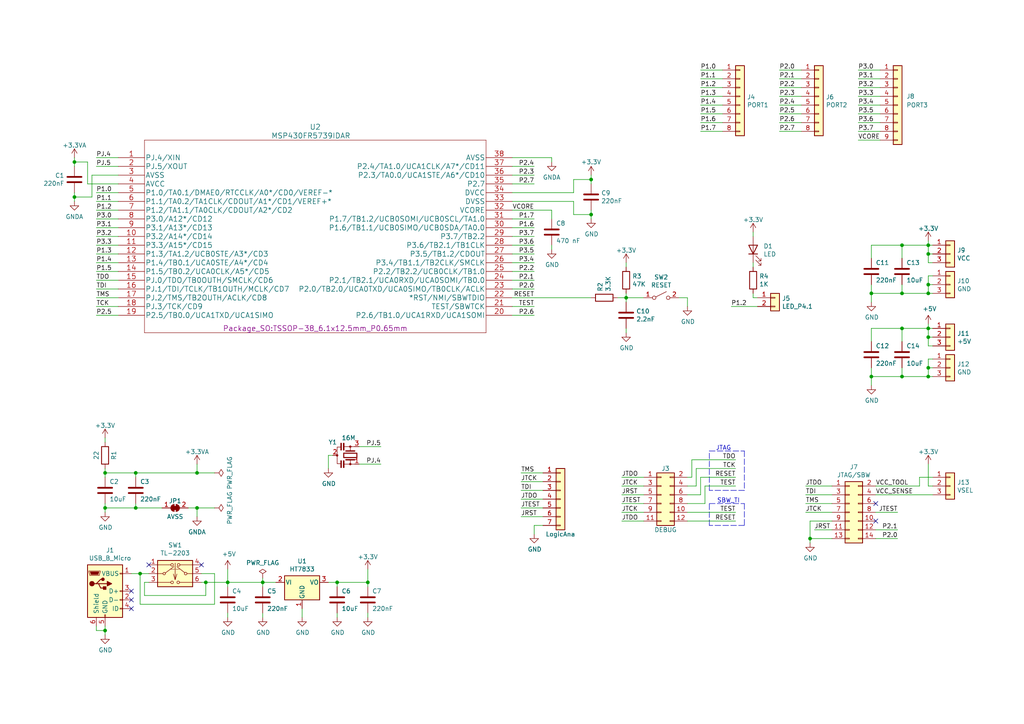
<source format=kicad_sch>
(kicad_sch (version 20211123) (generator eeschema)
  (paper "A4")
  (title_block (title "MSP430 FR5739 Proto board") (date "2022-09-14") (rev "1.0") (company "Mathias Gruber"))
  (lib_symbols
    (symbol "Connector:USB_B_Micro" (pin_names (offset 1.016))
      (property "Reference" "J" (at -5.08 11.43 0))
      (property "Value" "USB_B_Micro" (at -5.08 8.89 0))
      (symbol "USB_B_Micro_1_1"
        (pin power_out line (at 7.62 5.08 180) (length 2.54) (name "VBUS") (number "1"))
        (pin bidirectional line (at 7.62 -2.54 180) (length 2.54) (name "D-") (number "2"))
        (pin bidirectional line (at 7.62 0 180) (length 2.54) (name "D+") (number "3"))
        (pin passive line (at 7.62 -5.08 180) (length 2.54) (name "ID") (number "4"))
        (pin power_out line (at 0 -10.16 90) (length 2.54) (name "GND") (number "5"))
        (pin passive line (at -2.54 -10.16 90) (length 2.54) (name "Shield") (number "6"))
      )
    )
    (symbol "Connector_Generic:Conn_01x02" (pin_names (offset 1.016) hide)
      (property "Reference" "J" (at 0 2.54 0))
      (property "Value" "Conn_01x02" (at 0 -5.08 0))
      (symbol "Conn_01x02_1_1"
        (pin passive line (at -5.08 0 0) (length 3.81) (name "Pin_1") (number "1"))
        (pin passive line (at -5.08 -2.54 0) (length 3.81) (name "Pin_2") (number "2"))
      )
    )
    (symbol "Connector_Generic:Conn_01x03" (pin_names (offset 1.016) hide)
      (property "Reference" "J" (at 0 5.08 0))
      (property "Value" "Conn_01x03" (at 0 -5.08 0))
      (symbol "Conn_01x03_1_1"
        (pin passive line (at -5.08 2.54 0) (length 3.81) (name "Pin_1") (number "1"))
        (pin passive line (at -5.08 0 0) (length 3.81) (name "Pin_2") (number "2"))
        (pin passive line (at -5.08 -2.54 0) (length 3.81) (name "Pin_3") (number "3"))
      )
    )
    (symbol "Connector_Generic:Conn_01x07" (pin_names (offset 1.016) hide)
      (property "Reference" "J" (at 0 10.16 0))
      (property "Value" "Conn_01x07" (at 0 -10.16 0))
      (symbol "Conn_01x07_1_1"
        (pin passive line (at -5.08 7.62 0) (length 3.81) (name "Pin_1") (number "1"))
        (pin passive line (at -5.08 5.08 0) (length 3.81) (name "Pin_2") (number "2"))
        (pin passive line (at -5.08 2.54 0) (length 3.81) (name "Pin_3") (number "3"))
        (pin passive line (at -5.08 0 0) (length 3.81) (name "Pin_4") (number "4"))
        (pin passive line (at -5.08 -2.54 0) (length 3.81) (name "Pin_5") (number "5"))
        (pin passive line (at -5.08 -5.08 0) (length 3.81) (name "Pin_6") (number "6"))
        (pin passive line (at -5.08 -7.62 0) (length 3.81) (name "Pin_7") (number "7"))
      )
    )
    (symbol "Connector_Generic:Conn_01x08" (pin_names (offset 1.016) hide)
      (property "Reference" "J" (at 0 10.16 0))
      (property "Value" "Conn_01x08" (at 0 -12.7 0))
      (symbol "Conn_01x08_1_1"
        (pin passive line (at -5.08 7.62 0) (length 3.81) (name "Pin_1") (number "1"))
        (pin passive line (at -5.08 5.08 0) (length 3.81) (name "Pin_2") (number "2"))
        (pin passive line (at -5.08 2.54 0) (length 3.81) (name "Pin_3") (number "3"))
        (pin passive line (at -5.08 0 0) (length 3.81) (name "Pin_4") (number "4"))
        (pin passive line (at -5.08 -2.54 0) (length 3.81) (name "Pin_5") (number "5"))
        (pin passive line (at -5.08 -5.08 0) (length 3.81) (name "Pin_6") (number "6"))
        (pin passive line (at -5.08 -7.62 0) (length 3.81) (name "Pin_7") (number "7"))
        (pin passive line (at -5.08 -10.16 0) (length 3.81) (name "Pin_8") (number "8"))
      )
    )
    (symbol "Connector_Generic:Conn_01x09" (pin_names (offset 1.016) hide)
      (property "Reference" "J" (at 0 12.7 0))
      (property "Value" "Conn_01x09" (at 0 -12.7 0))
      (symbol "Conn_01x09_1_1"
        (pin passive line (at -5.08 10.16 0) (length 3.81) (name "Pin_1") (number "1"))
        (pin passive line (at -5.08 7.62 0) (length 3.81) (name "Pin_2") (number "2"))
        (pin passive line (at -5.08 5.08 0) (length 3.81) (name "Pin_3") (number "3"))
        (pin passive line (at -5.08 2.54 0) (length 3.81) (name "Pin_4") (number "4"))
        (pin passive line (at -5.08 0 0) (length 3.81) (name "Pin_5") (number "5"))
        (pin passive line (at -5.08 -2.54 0) (length 3.81) (name "Pin_6") (number "6"))
        (pin passive line (at -5.08 -5.08 0) (length 3.81) (name "Pin_7") (number "7"))
        (pin passive line (at -5.08 -7.62 0) (length 3.81) (name "Pin_8") (number "8"))
        (pin passive line (at -5.08 -10.16 0) (length 3.81) (name "Pin_9") (number "9"))
      )
    )
    (symbol "Connector_Generic:Conn_02x06_Odd_Even" (pin_names (offset 1.016) hide)
      (property "Reference" "J" (at 1.27 7.62 0))
      (property "Value" "Conn_02x06_Odd_Even" (at 1.27 -10.16 0))
      (symbol "Conn_02x06_Odd_Even_1_1"
        (pin passive line (at -5.08 5.08 0) (length 3.81) (name "Pin_1") (number "1"))
        (pin passive line (at 7.62 -5.08 180) (length 3.81) (name "Pin_10") (number "10"))
        (pin passive line (at -5.08 -7.62 0) (length 3.81) (name "Pin_11") (number "11"))
        (pin passive line (at 7.62 -7.62 180) (length 3.81) (name "Pin_12") (number "12"))
        (pin passive line (at 7.62 5.08 180) (length 3.81) (name "Pin_2") (number "2"))
        (pin passive line (at -5.08 2.54 0) (length 3.81) (name "Pin_3") (number "3"))
        (pin passive line (at 7.62 2.54 180) (length 3.81) (name "Pin_4") (number "4"))
        (pin passive line (at -5.08 0 0) (length 3.81) (name "Pin_5") (number "5"))
        (pin passive line (at 7.62 0 180) (length 3.81) (name "Pin_6") (number "6"))
        (pin passive line (at -5.08 -2.54 0) (length 3.81) (name "Pin_7") (number "7"))
        (pin passive line (at 7.62 -2.54 180) (length 3.81) (name "Pin_8") (number "8"))
        (pin passive line (at -5.08 -5.08 0) (length 3.81) (name "Pin_9") (number "9"))
      )
    )
    (symbol "Connector_Generic:Conn_02x07_Odd_Even" (pin_names (offset 1.016) hide)
      (property "Reference" "J" (at 1.27 10.16 0))
      (property "Value" "Conn_02x07_Odd_Even" (at 1.27 -10.16 0))
      (symbol "Conn_02x07_Odd_Even_1_1"
        (pin passive line (at -5.08 7.62 0) (length 3.81) (name "Pin_1") (number "1"))
        (pin passive line (at 7.62 -2.54 180) (length 3.81) (name "Pin_10") (number "10"))
        (pin passive line (at -5.08 -5.08 0) (length 3.81) (name "Pin_11") (number "11"))
        (pin passive line (at 7.62 -5.08 180) (length 3.81) (name "Pin_12") (number "12"))
        (pin passive line (at -5.08 -7.62 0) (length 3.81) (name "Pin_13") (number "13"))
        (pin passive line (at 7.62 -7.62 180) (length 3.81) (name "Pin_14") (number "14"))
        (pin passive line (at 7.62 7.62 180) (length 3.81) (name "Pin_2") (number "2"))
        (pin passive line (at -5.08 5.08 0) (length 3.81) (name "Pin_3") (number "3"))
        (pin passive line (at 7.62 5.08 180) (length 3.81) (name "Pin_4") (number "4"))
        (pin passive line (at -5.08 2.54 0) (length 3.81) (name "Pin_5") (number "5"))
        (pin passive line (at 7.62 2.54 180) (length 3.81) (name "Pin_6") (number "6"))
        (pin passive line (at -5.08 0 0) (length 3.81) (name "Pin_7") (number "7"))
        (pin passive line (at 7.62 0 180) (length 3.81) (name "Pin_8") (number "8"))
        (pin passive line (at -5.08 -2.54 0) (length 3.81) (name "Pin_9") (number "9"))
      )
    )
    (symbol "Device:C" (pin_numbers hide) (pin_names (offset 0.254))
      (property "Reference" "C" (at 0.635 2.54 0))
      (property "Value" "C" (at 0.635 -2.54 0))
      (symbol "C_1_1"
        (pin passive line (at 0 3.81 270) (length 2.794) (name "~") (number "1"))
        (pin passive line (at 0 -3.81 90) (length 2.794) (name "~") (number "2"))
      )
    )
    (symbol "Device:LED" (pin_numbers hide) (pin_names (offset 1.016) hide)
      (property "Reference" "D" (at 0 2.54 0))
      (property "Value" "LED" (at 0 -2.54 0))
      (symbol "LED_1_1"
        (pin passive line (at -3.81 0 0) (length 2.54) (name "K") (number "1"))
        (pin passive line (at 3.81 0 180) (length 2.54) (name "A") (number "2"))
      )
    )
    (symbol "Device:R" (pin_numbers hide) (pin_names (offset 0))
      (property "Reference" "R" (at 2.032 0 90))
      (property "Value" "R" (at 0 0 90))
      (symbol "R_1_1"
        (pin passive line (at 0 3.81 270) (length 1.27) (name "~") (number "1"))
        (pin passive line (at 0 -3.81 90) (length 1.27) (name "~") (number "2"))
      )
    )
    (symbol "Device:Resonator_Small" (pin_names (offset 1.016) hide)
      (property "Reference" "Y" (at 3.175 1.905 0))
      (property "Value" "Resonator_Small" (at 3.175 0 0))
      (symbol "Resonator_Small_1_1"
        (pin passive line (at -2.54 2.54 270) (length 1.27) (name "1") (number "1"))
        (pin passive line (at 0 -5.08 90) (length 1.27) (name "2") (number "2"))
        (pin passive line (at 2.54 2.54 270) (length 1.27) (name "3") (number "3"))
      )
    )
    (symbol "Jumper:SolderJumper_2_Bridged" (pin_names (offset 0) hide)
      (property "Reference" "JP" (at 0 2.032 0))
      (property "Value" "SolderJumper_2_Bridged" (at 0 -2.54 0))
      (symbol "SolderJumper_2_Bridged_1_1"
        (pin passive line (at -3.81 0 0) (length 2.54) (name "A") (number "1"))
        (pin passive line (at 3.81 0 180) (length 2.54) (name "B") (number "2"))
      )
    )
    (symbol "MSP430FR5739IDAR:MSP430FR5739IDAR" (pin_names (offset 0.254))
      (property "Reference" "U" (at 1.27 35.56 0))
      (property "Value" "MSP430FR5739IDAR" (at 1.27 33.02 0))
      (symbol "MSP430FR5739IDAR_1_1"
        (pin bidirectional line (at -57.15 25.4 0) (length 7.62) (name "PJ.4/XIN") (number "1"))
        (pin bidirectional line (at -57.15 2.54 0) (length 7.62) (name "P3.2/A14*/CD14") (number "10"))
        (pin bidirectional line (at -57.15 0 0) (length 7.62) (name "P3.3/A15*/CD15") (number "11"))
        (pin bidirectional line (at -57.15 -2.54 0) (length 7.62) (name "P1.3/TA1.2/UCB0STE/A3*/CD3") (number "12"))
        (pin bidirectional line (at -57.15 -5.08 0) (length 7.62) (name "P1.4/TB0.1/UCA0STE/A4*/CD4") (number "13"))
        (pin bidirectional line (at -57.15 -7.62 0) (length 7.62) (name "P1.5/TB0.2/UCA0CLK/A5*/CD5") (number "14"))
        (pin bidirectional line (at -57.15 -10.16 0) (length 7.62) (name "PJ.0/TDO/TB0OUTH/SMCLK/CD6") (number "15"))
        (pin bidirectional line (at -57.15 -12.7 0) (length 7.62) (name "PJ.1/TDI/TCLK/TB1OUTH/MCLK/CD7") (number "16"))
        (pin bidirectional line (at -57.15 -15.24 0) (length 7.62) (name "PJ.2/TMS/TB2OUTH/ACLK/CD8") (number "17"))
        (pin bidirectional line (at -57.15 -17.78 0) (length 7.62) (name "PJ.3/TCK/CD9") (number "18"))
        (pin bidirectional line (at -57.15 -20.32 0) (length 7.62) (name "P2.5/TB0.0/UCA1TXD/UCA1SIMO") (number "19"))
        (pin bidirectional line (at -57.15 22.86 0) (length 7.62) (name "PJ.5/XOUT") (number "2"))
        (pin bidirectional line (at 57.15 -20.32 180) (length 7.62) (name "P2.6/TB1.0/UCA1RXD/UCA1SOMI") (number "20"))
        (pin bidirectional line (at 57.15 -17.78 180) (length 7.62) (name "TEST/SBWTCK") (number "21"))
        (pin bidirectional line (at 57.15 -15.24 180) (length 7.62) (name "*RST/NMI/SBWTDIO") (number "22"))
        (pin bidirectional line (at 57.15 -12.7 180) (length 7.62) (name "P2.0/TB2.0/UCA0TXD/UCA0SIMO/TB0CLK/ACLK") (number "23"))
        (pin bidirectional line (at 57.15 -10.16 180) (length 7.62) (name "P2.1/TB2.1/UCA0RXD/UCA0SOMI/TB0.0") (number "24"))
        (pin bidirectional line (at 57.15 -7.62 180) (length 7.62) (name "P2.2/TB2.2/UCB0CLK/TB1.0") (number "25"))
        (pin bidirectional line (at 57.15 -5.08 180) (length 7.62) (name "P3.4/TB1.1/TB2CLK/SMCLK") (number "26"))
        (pin bidirectional line (at 57.15 -2.54 180) (length 7.62) (name "P3.5/TB1.2/CDOUT") (number "27"))
        (pin bidirectional line (at 57.15 0 180) (length 7.62) (name "P3.6/TB2.1/TB1CLK") (number "28"))
        (pin bidirectional line (at 57.15 2.54 180) (length 7.62) (name "P3.7/TB2.2") (number "29"))
        (pin power_in line (at -57.15 20.32 0) (length 7.62) (name "AVSS") (number "3"))
        (pin bidirectional line (at 57.15 5.08 180) (length 7.62) (name "P1.6/TB1.1/UCB0SIMO/UCB0SDA/TA0.0") (number "30"))
        (pin bidirectional line (at 57.15 7.62 180) (length 7.62) (name "P1.7/TB1.2/UCB0SOMI/UCB0SCL/TA1.0") (number "31"))
        (pin power_out line (at 57.15 10.16 180) (length 7.62) (name "VCORE") (number "32"))
        (pin power_in line (at 57.15 12.7 180) (length 7.62) (name "DVSS") (number "33"))
        (pin power_in line (at 57.15 15.24 180) (length 7.62) (name "DVCC") (number "34"))
        (pin bidirectional line (at 57.15 17.78 180) (length 7.62) (name "P2.7") (number "35"))
        (pin bidirectional line (at 57.15 20.32 180) (length 7.62) (name "P2.3/TA0.0/UCA1STE/A6*/CD10") (number "36"))
        (pin bidirectional line (at 57.15 22.86 180) (length 7.62) (name "P2.4/TA1.0/UCA1CLK/A7*/CD11") (number "37"))
        (pin power_in line (at 57.15 25.4 180) (length 7.62) (name "AVSS") (number "38"))
        (pin power_in line (at -57.15 17.78 0) (length 7.62) (name "AVCC") (number "4"))
        (pin bidirectional line (at -57.15 15.24 0) (length 7.62) (name "P1.0/TA0.1/DMAE0/RTCCLK/A0*/CD0/VEREF-*") (number "5"))
        (pin bidirectional line (at -57.15 12.7 0) (length 7.62) (name "P1.1/TA0.2/TA1CLK/CDOUT/A1*/CD1/VEREF+*") (number "6"))
        (pin bidirectional line (at -57.15 10.16 0) (length 7.62) (name "P1.2/TA1.1/TA0CLK/CDOUT/A2*/CD2") (number "7"))
        (pin bidirectional line (at -57.15 7.62 0) (length 7.62) (name "P3.0/A12*/CD12") (number "8"))
        (pin bidirectional line (at -57.15 5.08 0) (length 7.62) (name "P3.1/A13*/CD13") (number "9"))
      )
    )
    (symbol "Regulator_Linear:MCP1703A-3302_SOT89" (pin_names (offset 0.254))
      (property "Reference" "U" (at -3.81 3.175 0))
      (property "Value" "MCP1703A-3302_SOT89" (at 0 3.175 0))
      (symbol "MCP1703A-3302_SOT89_1_1"
        (pin power_in line (at 0 -7.62 90) (length 2.54) (name "GND") (number "1"))
        (pin power_in line (at -7.62 0 0) (length 2.54) (name "VI") (number "2"))
        (pin power_out line (at 7.62 0 180) (length 2.54) (name "VO") (number "3"))
      )
    )
    (symbol "Switch:SW_SPST" (pin_names (offset 0) hide)
      (property "Reference" "SW" (at 0 3.175 0))
      (property "Value" "SW_SPST" (at 0 -2.54 0))
      (symbol "SW_SPST_1_1"
        (pin passive line (at -5.08 0 0) (length 2.54) (name "A") (number "1"))
        (pin passive line (at 5.08 0 180) (length 2.54) (name "B") (number "2"))
      )
    )
    (symbol "TL-2203:TL-2203" (pin_names (offset 1.016))
      (property "Reference" "SW" (at -2.667 4.953 0))
      (property "Value" "TL-2203" (at -3.81 -5.08 0))
      (symbol "TL-2203_1_1"
        (pin passive line (at -7.62 2.54 0) (length 2.54) (name "~") (number "1"))
        (pin passive line (at -7.62 0 0) (length 2.54) (name "~") (number "2"))
        (pin passive line (at -7.62 -2.54 0) (length 2.54) (name "~") (number "3"))
        (pin passive line (at 7.62 2.54 180) (length 2.54) (name "~") (number "4"))
        (pin passive line (at 7.62 0 180) (length 2.54) (name "~") (number "5"))
        (pin passive line (at 7.62 -2.54 180) (length 2.54) (name "~") (number "6"))
      )
    )
    (symbol "power:+3.3V" (power) (pin_names (offset 0))
      (property "Value" "+3.3V" (at 0 3.556 0))
      (symbol "+3.3V_1_1"
        (pin power_in line (at 0 0 90) (length 0) hide (name "+3.3V") (number "1"))
      )
    )
    (symbol "power:+3.3VA" (power) (pin_names (offset 0))
      (property "Value" "+3.3VA" (at 0 3.556 0))
      (symbol "+3.3VA_1_1"
        (pin power_in line (at 0 0 90) (length 0) hide (name "+3.3VA") (number "1"))
      )
    )
    (symbol "power:+5V" (power) (pin_names (offset 0))
      (property "Value" "+5V" (at 0 3.556 0))
      (symbol "+5V_1_1"
        (pin power_in line (at 0 0 90) (length 0) hide (name "+5V") (number "1"))
      )
    )
    (symbol "power:GND" (power) (pin_names (offset 0))
      (property "Value" "GND" (at 0 -3.81 0))
      (symbol "GND_1_1"
        (pin power_in line (at 0 0 270) (length 0) hide (name "GND") (number "1"))
      )
    )
    (symbol "power:GNDA" (power) (pin_names (offset 0))
      (property "Value" "GNDA" (at 0 -3.81 0))
      (symbol "GNDA_1_1"
        (pin power_in line (at 0 0 270) (length 0) hide (name "GNDA") (number "1"))
      )
    )
    (symbol "power:PWR_FLAG" (power) (pin_numbers hide) (pin_names (offset 0) hide)
      (property "Value" "PWR_FLAG" (at 0 3.81 0))
      (symbol "PWR_FLAG_0_0"
        (pin power_out line (at 0 0 90) (length 0) (name "pwr") (number "1"))
      )
    )
  )
  (junction (at 261.62 109.22))
  (junction (at 21.59 46.99))
  (junction (at 171.45 62.23))
  (junction (at 40.64 166.37))
  (junction (at 261.62 85.09))
  (junction (at 59.69 168.91))
  (junction (at 57.15 147.32))
  (junction (at 252.73 109.22))
  (junction (at 21.59 57.15))
  (junction (at 252.73 85.09))
  (junction (at 269.24 109.22))
  (junction (at 106.68 168.91))
  (junction (at 30.48 147.32))
  (junction (at 269.24 95.25))
  (junction (at 269.24 106.68))
  (junction (at 66.04 168.91))
  (junction (at 261.62 95.25))
  (junction (at 57.15 137.16))
  (junction (at 234.95 156.21))
  (junction (at 269.24 82.55))
  (junction (at 181.61 86.36))
  (junction (at 269.24 85.09))
  (junction (at 171.45 52.07))
  (junction (at 97.79 168.91))
  (junction (at 269.24 73.66))
  (junction (at 30.48 182.88))
  (junction (at 269.24 97.79))
  (junction (at 261.62 71.12))
  (junction (at 39.37 137.16))
  (junction (at 39.37 147.32))
  (junction (at 269.24 71.12))
  (junction (at 30.48 137.16))
  (junction (at 76.2 168.91))
  (no_connect (at 254 146.05))
  (no_connect (at 38.1 176.53))
  (no_connect (at 254 151.13))
  (no_connect (at 43.18 163.83))
  (no_connect (at 38.1 173.99))
  (no_connect (at 38.1 171.45))
  (no_connect (at 58.42 163.83))
  (wire (pts (xy 151.13 139.7) (xy 157.48 139.7)))
  (wire (pts (xy 57.15 137.16) (xy 62.23 137.16)))
  (wire (pts (xy 41.91 168.91) (xy 41.91 172.72)))
  (wire (pts (xy 39.37 138.43) (xy 39.37 137.16)))
  (wire (pts (xy 30.48 148.59) (xy 30.48 147.32)))
  (wire (pts (xy 270.51 85.09) (xy 269.24 85.09)))
  (wire (pts (xy 25.4 46.99) (xy 21.59 46.99)))
  (wire (pts (xy 34.29 58.42) (xy 27.94 58.42)))
  (wire (pts (xy 199.39 148.59) (xy 213.36 148.59)))
  (wire (pts (xy 269.24 95.25) (xy 269.24 97.79)))
  (wire (pts (xy 218.44 77.47) (xy 218.44 76.2)))
  (wire (pts (xy 218.44 85.09) (xy 218.44 86.36)))
  (wire (pts (xy 232.41 20.32) (xy 226.06 20.32)))
  (wire (pts (xy 269.24 95.25) (xy 261.62 95.25)))
  (wire (pts (xy 59.69 168.91) (xy 66.04 168.91)))
  (wire (pts (xy 270.51 95.25) (xy 269.24 95.25)))
  (wire (pts (xy 148.59 88.9) (xy 154.94 88.9)))
  (wire (pts (xy 148.59 55.88) (xy 166.37 55.88)))
  (polyline (pts (xy 205.74 130.81) (xy 215.9 130.81)))
  (wire (pts (xy 270.51 109.22) (xy 269.24 109.22)))
  (wire (pts (xy 39.37 147.32) (xy 30.48 147.32)))
  (wire (pts (xy 34.29 81.28) (xy 27.94 81.28)))
  (wire (pts (xy 236.22 153.67) (xy 241.3 153.67)))
  (wire (pts (xy 203.2 138.43) (xy 213.36 138.43)))
  (wire (pts (xy 151.13 137.16) (xy 157.48 137.16)))
  (wire (pts (xy 106.68 168.91) (xy 106.68 165.1)))
  (wire (pts (xy 59.69 168.91) (xy 58.42 168.91)))
  (wire (pts (xy 261.62 85.09) (xy 252.73 85.09)))
  (wire (pts (xy 66.04 170.18) (xy 66.04 168.91)))
  (wire (pts (xy 266.7 138.43) (xy 266.7 140.97)))
  (wire (pts (xy 270.51 73.66) (xy 269.24 73.66)))
  (wire (pts (xy 62.23 175.26) (xy 40.64 175.26)))
  (wire (pts (xy 269.24 106.68) (xy 269.24 109.22)))
  (wire (pts (xy 34.29 76.2) (xy 27.94 76.2)))
  (wire (pts (xy 201.93 135.89) (xy 213.36 135.89)))
  (polyline (pts (xy 215.9 146.05) (xy 215.9 152.4)))
  (wire (pts (xy 261.62 82.55) (xy 261.62 85.09)))
  (wire (pts (xy 180.34 138.43) (xy 186.69 138.43)))
  (wire (pts (xy 97.79 177.8) (xy 97.79 179.07)))
  (wire (pts (xy 255.27 33.02) (xy 248.92 33.02)))
  (wire (pts (xy 57.15 147.32) (xy 62.23 147.32)))
  (polyline (pts (xy 205.74 142.24) (xy 205.74 130.81)))
  (wire (pts (xy 57.15 137.16) (xy 57.15 134.62)))
  (wire (pts (xy 204.47 146.05) (xy 204.47 140.97)))
  (wire (pts (xy 21.59 55.88) (xy 21.59 57.15)))
  (wire (pts (xy 203.2 143.51) (xy 203.2 138.43)))
  (wire (pts (xy 171.45 52.07) (xy 171.45 53.34)))
  (wire (pts (xy 157.48 147.32) (xy 151.13 147.32)))
  (wire (pts (xy 209.55 27.94) (xy 203.2 27.94)))
  (wire (pts (xy 200.66 138.43) (xy 200.66 133.35)))
  (wire (pts (xy 34.29 88.9) (xy 27.94 88.9)))
  (wire (pts (xy 27.94 182.88) (xy 30.48 182.88)))
  (wire (pts (xy 160.02 45.72) (xy 160.02 46.99)))
  (wire (pts (xy 180.34 140.97) (xy 186.69 140.97)))
  (wire (pts (xy 96.52 132.08) (xy 95.25 132.08)))
  (wire (pts (xy 59.69 172.72) (xy 59.69 168.91)))
  (wire (pts (xy 106.68 177.8) (xy 106.68 179.07)))
  (wire (pts (xy 27.94 181.61) (xy 27.94 182.88)))
  (wire (pts (xy 209.55 33.02) (xy 203.2 33.02)))
  (wire (pts (xy 234.95 156.21) (xy 234.95 157.48)))
  (wire (pts (xy 97.79 168.91) (xy 95.25 168.91)))
  (wire (pts (xy 269.24 69.85) (xy 269.24 71.12)))
  (wire (pts (xy 269.24 73.66) (xy 269.24 76.2)))
  (wire (pts (xy 171.45 52.07) (xy 166.37 52.07)))
  (wire (pts (xy 40.64 166.37) (xy 43.18 166.37)))
  (polyline (pts (xy 205.74 152.4) (xy 205.74 146.05)))
  (wire (pts (xy 199.39 86.36) (xy 199.39 88.9)))
  (wire (pts (xy 209.55 38.1) (xy 203.2 38.1)))
  (wire (pts (xy 54.61 147.32) (xy 57.15 147.32)))
  (wire (pts (xy 241.3 151.13) (xy 234.95 151.13)))
  (wire (pts (xy 39.37 137.16) (xy 30.48 137.16)))
  (wire (pts (xy 261.62 99.06) (xy 261.62 95.25)))
  (wire (pts (xy 199.39 151.13) (xy 213.36 151.13)))
  (wire (pts (xy 58.42 166.37) (xy 62.23 166.37)))
  (wire (pts (xy 148.59 73.66) (xy 154.94 73.66)))
  (wire (pts (xy 199.39 138.43) (xy 200.66 138.43)))
  (wire (pts (xy 26.67 57.15) (xy 21.59 57.15)))
  (wire (pts (xy 261.62 95.25) (xy 252.73 95.25)))
  (wire (pts (xy 104.14 129.54) (xy 110.49 129.54)))
  (wire (pts (xy 34.29 86.36) (xy 27.94 86.36)))
  (wire (pts (xy 76.2 177.8) (xy 76.2 179.07)))
  (wire (pts (xy 171.45 62.23) (xy 171.45 63.5)))
  (wire (pts (xy 241.3 156.21) (xy 234.95 156.21)))
  (wire (pts (xy 254 140.97) (xy 266.7 140.97)))
  (wire (pts (xy 34.29 50.8) (xy 26.67 50.8)))
  (wire (pts (xy 241.3 143.51) (xy 233.68 143.51)))
  (wire (pts (xy 34.29 73.66) (xy 27.94 73.66)))
  (wire (pts (xy 255.27 25.4) (xy 248.92 25.4)))
  (wire (pts (xy 186.69 86.36) (xy 181.61 86.36)))
  (wire (pts (xy 157.48 152.4) (xy 154.94 152.4)))
  (wire (pts (xy 255.27 35.56) (xy 248.92 35.56)))
  (wire (pts (xy 160.02 60.96) (xy 160.02 63.5)))
  (wire (pts (xy 180.34 143.51) (xy 186.69 143.51)))
  (wire (pts (xy 95.25 132.08) (xy 95.25 135.89)))
  (wire (pts (xy 148.59 76.2) (xy 154.94 76.2)))
  (wire (pts (xy 62.23 166.37) (xy 62.23 175.26)))
  (wire (pts (xy 76.2 170.18) (xy 76.2 168.91)))
  (wire (pts (xy 34.29 91.44) (xy 27.94 91.44)))
  (wire (pts (xy 66.04 168.91) (xy 76.2 168.91)))
  (wire (pts (xy 269.24 109.22) (xy 261.62 109.22)))
  (wire (pts (xy 181.61 86.36) (xy 181.61 87.63)))
  (wire (pts (xy 209.55 30.48) (xy 203.2 30.48)))
  (wire (pts (xy 255.27 22.86) (xy 248.92 22.86)))
  (wire (pts (xy 76.2 168.91) (xy 80.01 168.91)))
  (polyline (pts (xy 205.74 146.05) (xy 215.9 146.05)))
  (wire (pts (xy 255.27 30.48) (xy 248.92 30.48)))
  (wire (pts (xy 254 143.51) (xy 270.51 143.51)))
  (wire (pts (xy 270.51 104.14) (xy 269.24 104.14)))
  (wire (pts (xy 199.39 140.97) (xy 201.93 140.97)))
  (wire (pts (xy 218.44 68.58) (xy 218.44 67.31)))
  (wire (pts (xy 21.59 45.72) (xy 21.59 46.99)))
  (wire (pts (xy 148.59 48.26) (xy 154.94 48.26)))
  (wire (pts (xy 148.59 60.96) (xy 160.02 60.96)))
  (wire (pts (xy 21.59 57.15) (xy 21.59 58.42)))
  (wire (pts (xy 233.68 140.97) (xy 241.3 140.97)))
  (wire (pts (xy 269.24 93.98) (xy 269.24 95.25)))
  (wire (pts (xy 234.95 151.13) (xy 234.95 156.21)))
  (wire (pts (xy 39.37 137.16) (xy 57.15 137.16)))
  (wire (pts (xy 209.55 35.56) (xy 203.2 35.56)))
  (wire (pts (xy 269.24 97.79) (xy 269.24 100.33)))
  (wire (pts (xy 254 148.59) (xy 260.35 148.59)))
  (wire (pts (xy 269.24 80.01) (xy 269.24 82.55)))
  (wire (pts (xy 34.29 48.26) (xy 27.94 48.26)))
  (wire (pts (xy 252.73 85.09) (xy 252.73 82.55)))
  (wire (pts (xy 270.51 71.12) (xy 269.24 71.12)))
  (wire (pts (xy 212.09 88.9) (xy 219.71 88.9)))
  (wire (pts (xy 199.39 143.51) (xy 203.2 143.51)))
  (wire (pts (xy 148.59 78.74) (xy 154.94 78.74)))
  (wire (pts (xy 148.59 50.8) (xy 154.94 50.8)))
  (wire (pts (xy 166.37 52.07) (xy 166.37 55.88)))
  (wire (pts (xy 181.61 96.52) (xy 181.61 95.25)))
  (wire (pts (xy 200.66 133.35) (xy 213.36 133.35)))
  (wire (pts (xy 148.59 86.36) (xy 171.45 86.36)))
  (wire (pts (xy 248.92 40.64) (xy 255.27 40.64)))
  (wire (pts (xy 34.29 68.58) (xy 27.94 68.58)))
  (wire (pts (xy 34.29 66.04) (xy 27.94 66.04)))
  (wire (pts (xy 34.29 83.82) (xy 27.94 83.82)))
  (wire (pts (xy 270.51 82.55) (xy 269.24 82.55)))
  (wire (pts (xy 148.59 66.04) (xy 154.94 66.04)))
  (polyline (pts (xy 215.9 142.24) (xy 205.74 142.24)))
  (wire (pts (xy 87.63 176.53) (xy 87.63 179.07)))
  (wire (pts (xy 204.47 140.97) (xy 213.36 140.97)))
  (wire (pts (xy 154.94 152.4) (xy 154.94 154.94)))
  (wire (pts (xy 201.93 140.97) (xy 201.93 135.89)))
  (wire (pts (xy 232.41 25.4) (xy 226.06 25.4)))
  (polyline (pts (xy 215.9 130.81) (xy 215.9 142.24)))
  (wire (pts (xy 66.04 165.1) (xy 66.04 168.91)))
  (wire (pts (xy 232.41 30.48) (xy 226.06 30.48)))
  (wire (pts (xy 261.62 74.93) (xy 261.62 71.12)))
  (wire (pts (xy 180.34 146.05) (xy 186.69 146.05)))
  (wire (pts (xy 154.94 81.28) (xy 148.59 81.28)))
  (wire (pts (xy 97.79 168.91) (xy 106.68 168.91)))
  (wire (pts (xy 209.55 25.4) (xy 203.2 25.4)))
  (wire (pts (xy 166.37 62.23) (xy 166.37 58.42)))
  (wire (pts (xy 252.73 111.76) (xy 252.73 109.22)))
  (wire (pts (xy 254 153.67) (xy 260.35 153.67)))
  (wire (pts (xy 269.24 104.14) (xy 269.24 106.68)))
  (wire (pts (xy 30.48 181.61) (xy 30.48 182.88)))
  (wire (pts (xy 148.59 83.82) (xy 154.94 83.82)))
  (wire (pts (xy 104.14 134.62) (xy 110.49 134.62)))
  (wire (pts (xy 252.73 87.63) (xy 252.73 85.09)))
  (wire (pts (xy 269.24 140.97) (xy 269.24 134.62)))
  (wire (pts (xy 57.15 147.32) (xy 57.15 149.86)))
  (wire (pts (xy 270.51 97.79) (xy 269.24 97.79)))
  (wire (pts (xy 66.04 177.8) (xy 66.04 179.07)))
  (wire (pts (xy 252.73 95.25) (xy 252.73 99.06)))
  (wire (pts (xy 148.59 63.5) (xy 154.94 63.5)))
  (wire (pts (xy 34.29 55.88) (xy 27.94 55.88)))
  (wire (pts (xy 179.07 86.36) (xy 181.61 86.36)))
  (wire (pts (xy 30.48 127) (xy 30.48 128.27)))
  (wire (pts (xy 38.1 166.37) (xy 40.64 166.37)))
  (wire (pts (xy 97.79 170.18) (xy 97.79 168.91)))
  (wire (pts (xy 232.41 27.94) (xy 226.06 27.94)))
  (wire (pts (xy 254 156.21) (xy 260.35 156.21)))
  (wire (pts (xy 232.41 35.56) (xy 226.06 35.56)))
  (wire (pts (xy 232.41 22.86) (xy 226.06 22.86)))
  (wire (pts (xy 241.3 148.59) (xy 233.68 148.59)))
  (wire (pts (xy 21.59 46.99) (xy 21.59 48.26)))
  (wire (pts (xy 34.29 78.74) (xy 27.94 78.74)))
  (wire (pts (xy 40.64 166.37) (xy 40.64 175.26)))
  (wire (pts (xy 252.73 71.12) (xy 252.73 74.93)))
  (wire (pts (xy 30.48 137.16) (xy 30.48 138.43)))
  (wire (pts (xy 269.24 100.33) (xy 270.51 100.33)))
  (wire (pts (xy 270.51 140.97) (xy 269.24 140.97)))
  (wire (pts (xy 269.24 71.12) (xy 261.62 71.12)))
  (wire (pts (xy 196.85 86.36) (xy 199.39 86.36)))
  (wire (pts (xy 76.2 168.91) (xy 76.2 167.64)))
  (wire (pts (xy 270.51 106.68) (xy 269.24 106.68)))
  (wire (pts (xy 255.27 38.1) (xy 248.92 38.1)))
  (wire (pts (xy 261.62 106.68) (xy 261.62 109.22)))
  (wire (pts (xy 106.68 168.91) (xy 106.68 170.18)))
  (wire (pts (xy 148.59 45.72) (xy 160.02 45.72)))
  (wire (pts (xy 148.59 91.44) (xy 154.94 91.44)))
  (wire (pts (xy 157.48 142.24) (xy 151.13 142.24)))
  (wire (pts (xy 209.55 22.86) (xy 203.2 22.86)))
  (wire (pts (xy 171.45 62.23) (xy 166.37 62.23)))
  (wire (pts (xy 255.27 20.32) (xy 248.92 20.32)))
  (wire (pts (xy 148.59 71.12) (xy 154.94 71.12)))
  (wire (pts (xy 26.67 50.8) (xy 26.67 57.15)))
  (wire (pts (xy 252.73 109.22) (xy 252.73 106.68)))
  (wire (pts (xy 266.7 138.43) (xy 270.51 138.43)))
  (wire (pts (xy 261.62 71.12) (xy 252.73 71.12)))
  (wire (pts (xy 39.37 146.05) (xy 39.37 147.32)))
  (wire (pts (xy 34.29 71.12) (xy 27.94 71.12)))
  (wire (pts (xy 30.48 147.32) (xy 30.48 146.05)))
  (wire (pts (xy 255.27 27.94) (xy 248.92 27.94)))
  (wire (pts (xy 180.34 151.13) (xy 186.69 151.13)))
  (wire (pts (xy 269.24 85.09) (xy 261.62 85.09)))
  (wire (pts (xy 43.18 168.91) (xy 41.91 168.91)))
  (wire (pts (xy 171.45 60.96) (xy 171.45 62.23)))
  (wire (pts (xy 199.39 146.05) (xy 204.47 146.05)))
  (wire (pts (xy 148.59 53.34) (xy 154.94 53.34)))
  (wire (pts (xy 270.51 80.01) (xy 269.24 80.01)))
  (wire (pts (xy 157.48 149.86) (xy 151.13 149.86)))
  (wire (pts (xy 181.61 77.47) (xy 181.61 76.2)))
  (wire (pts (xy 34.29 63.5) (xy 27.94 63.5)))
  (wire (pts (xy 34.29 60.96) (xy 27.94 60.96)))
  (wire (pts (xy 160.02 71.12) (xy 160.02 72.39)))
  (wire (pts (xy 261.62 109.22) (xy 252.73 109.22)))
  (wire (pts (xy 171.45 50.8) (xy 171.45 52.07)))
  (wire (pts (xy 209.55 20.32) (xy 203.2 20.32)))
  (wire (pts (xy 34.29 53.34) (xy 25.4 53.34)))
  (polyline (pts (xy 215.9 152.4) (xy 205.74 152.4)))
  (wire (pts (xy 241.3 146.05) (xy 233.68 146.05)))
  (wire (pts (xy 157.48 144.78) (xy 151.13 144.78)))
  (wire (pts (xy 41.91 172.72) (xy 59.69 172.72)))
  (wire (pts (xy 46.99 147.32) (xy 39.37 147.32)))
  (wire (pts (xy 25.4 53.34) (xy 25.4 46.99)))
  (wire (pts (xy 269.24 71.12) (xy 269.24 73.66)))
  (wire (pts (xy 232.41 38.1) (xy 226.06 38.1)))
  (wire (pts (xy 30.48 182.88) (xy 30.48 184.15)))
  (wire (pts (xy 269.24 82.55) (xy 269.24 85.09)))
  (wire (pts (xy 181.61 85.09) (xy 181.61 86.36)))
  (wire (pts (xy 148.59 58.42) (xy 166.37 58.42)))
  (wire (pts (xy 269.24 76.2) (xy 270.51 76.2)))
  (wire (pts (xy 180.34 148.59) (xy 186.69 148.59)))
  (wire (pts (xy 219.71 86.36) (xy 218.44 86.36)))
  (wire (pts (xy 148.59 68.58) (xy 154.94 68.58)))
  (wire (pts (xy 30.48 135.89) (xy 30.48 137.16)))
  (wire (pts (xy 34.29 45.72) (xy 27.94 45.72)))
  (wire (pts (xy 232.41 33.02) (xy 226.06 33.02)))
  (text "SBW_TI" (at 214.63 146.05 180) (effects (font (size 1.27 1.27)) (justify right bottom)))
  (text "JTAG" (at 212.09 130.81 180) (effects (font (size 1.27 1.27)) (justify right bottom)))
  (label "P1.6" (at 203.2 35.56 0))
  (label "P1.7" (at 154.94 63.5 180))
  (label "P2.5" (at 226.06 33.02 0))
  (label "P3.2" (at 248.92 25.4 0))
  (label "P3.7" (at 154.94 68.58 180))
  (label "P2.0" (at 154.94 83.82 180))
  (label "RESET" (at 213.36 151.13 180))
  (label "JTCK" (at 180.34 148.59 0))
  (label "TCK" (at 27.94 88.9 0))
  (label "TEST" (at 154.94 88.9 180))
  (label "P1.7" (at 203.2 38.1 0))
  (label "TDO" (at 213.36 133.35 180))
  (label "JTDO" (at 180.34 151.13 0))
  (label "P1.0" (at 203.2 20.32 0))
  (label "JTCK" (at 151.13 139.7 0))
  (label "RESET" (at 154.94 86.36 180))
  (label "P1.1" (at 203.2 22.86 0))
  (label "TMS" (at 233.68 146.05 0))
  (label "P3.3" (at 27.94 71.12 0))
  (label "P2.0" (at 260.35 156.21 180))
  (label "P1.5" (at 27.94 78.74 0))
  (label "TDI" (at 233.68 143.51 0))
  (label "P3.3" (at 248.92 27.94 0))
  (label "P2.3" (at 226.06 27.94 0))
  (label "P1.2" (at 203.2 25.4 0))
  (label "P1.5" (at 203.2 33.02 0))
  (label "PJ.4" (at 110.49 134.62 180))
  (label "P2.2" (at 226.06 25.4 0))
  (label "JRST" (at 151.13 149.86 0))
  (label "JRST" (at 236.22 153.67 0))
  (label "P2.1" (at 226.06 22.86 0))
  (label "PJ.4" (at 27.94 45.72 0))
  (label "VCC_SENSE" (at 254 143.51 0))
  (label "P3.2" (at 27.94 68.58 0))
  (label "TDI" (at 27.94 83.82 0))
  (label "JTDO" (at 233.68 140.97 0))
  (label "P3.0" (at 27.94 63.5 0))
  (label "P3.5" (at 248.92 33.02 0))
  (label "PJ.5" (at 110.49 129.54 180))
  (label "TCK" (at 213.36 135.89 180))
  (label "TEST" (at 213.36 140.97 180))
  (label "P2.4" (at 154.94 48.26 180))
  (label "TDO" (at 27.94 81.28 0))
  (label "P3.7" (at 248.92 38.1 0))
  (label "P2.7" (at 154.94 53.34 180))
  (label "JTEST" (at 260.35 148.59 180))
  (label "VCORE" (at 154.94 60.96 180))
  (label "JTCK" (at 180.34 140.97 0))
  (label "TMS" (at 151.13 137.16 0))
  (label "P3.6" (at 248.92 35.56 0))
  (label "P3.1" (at 248.92 22.86 0))
  (label "JTDO" (at 151.13 144.78 0))
  (label "P3.0" (at 248.92 20.32 0))
  (label "P3.6" (at 154.94 71.12 180))
  (label "TDI" (at 151.13 142.24 0))
  (label "P3.4" (at 154.94 76.2 180))
  (label "JTEST" (at 180.34 146.05 0))
  (label "VCC_TOOL" (at 254 140.97 0))
  (label "JTDO" (at 180.34 138.43 0))
  (label "P1.4" (at 27.94 76.2 0))
  (label "P1.6" (at 154.94 66.04 180))
  (label "JTEST" (at 151.13 147.32 0))
  (label "P1.2" (at 212.09 88.9 0))
  (label "JTCK" (at 233.68 148.59 0))
  (label "P3.5" (at 154.94 73.66 180))
  (label "P1.2" (at 27.94 60.96 0))
  (label "PJ.5" (at 27.94 48.26 0))
  (label "P2.5" (at 27.94 91.44 0))
  (label "P2.1" (at 260.35 153.67 180))
  (label "P3.1" (at 27.94 66.04 0))
  (label "P1.3" (at 27.94 73.66 0))
  (label "P2.6" (at 226.06 35.56 0))
  (label "VCORE" (at 248.92 40.64 0))
  (label "P2.1" (at 154.94 81.28 180))
  (label "P1.1" (at 27.94 58.42 0))
  (label "JRST" (at 180.34 143.51 0))
  (label "TEST" (at 213.36 148.59 180))
  (label "P2.4" (at 226.06 30.48 0))
  (label "P3.4" (at 248.92 30.48 0))
  (label "P1.4" (at 203.2 30.48 0))
  (label "P2.7" (at 226.06 38.1 0))
  (label "RESET" (at 213.36 138.43 180))
  (label "TMS" (at 27.94 86.36 0))
  (label "P1.3" (at 203.2 27.94 0))
  (label "P2.0" (at 226.06 20.32 0))
  (label "P2.2" (at 154.94 78.74 180))
  (label "P1.0" (at 27.94 55.88 0))
  (label "P2.6" (at 154.94 91.44 180))
  (label "P2.3" (at 154.94 50.8 180))
  (symbol (lib_id "Connector:USB_B_Micro") (at 30.48 171.45 0) (unit 1)
    (property "Reference" "J1" (at 31.9278 159.5882 0))
    (property "Value" "USB_B_Micro" (at 31.9278 161.8996 0))
    (property "Footprint" "lib:USB_Micro-B_Molex-105017-0001-handsolder" (effects hide))
    (property "LCSC" "C10418" (effects hide))
    (property "Descr" "1 1A 母座 USB - Micro B 5 USB 2.0 SMD USB Connectors ROHS" (effects hide))
  )
  (symbol (lib_id "Connector_Generic:Conn_02x07_Odd_Even") (at 246.38 148.59 0) (unit 1)
    (property "Reference" "J7" (at 247.65 135.4582 0))
    (property "Value" "JTAG/SBW" (at 247.65 137.7696 0))
    (property "Footprint" "Connector_IDC:IDC-Header_2x07_P2.54mm_Vertical" (effects hide))
  )
  (symbol (lib_id "power:+5V") (at 66.04 165.1 0) (unit 1)
    (property "Reference" "#PWR08" (effects hide))
    (property "Value" "+5V" (at 66.421 160.7058 0))
  )
  (symbol (lib_id "Connector_Generic:Conn_01x03") (at 275.59 140.97 0) (unit 1)
    (property "Reference" "J13" (at 277.622 139.9032 0) (effects (justify left)))
    (property "Value" "VSEL" (at 277.622 142.2146 0) (effects (justify left)))
    (property "Footprint" "Connector_PinHeader_2.54mm:PinHeader_1x03_P2.54mm_Vertical" (effects hide))
  )
  (symbol (lib_id "power:GND") (at 234.95 157.48 0) (unit 1)
    (property "Reference" "#PWR025" (effects hide))
    (property "Value" "GND" (at 235.077 161.8742 0))
  )
  (symbol (lib_id "Device:R") (at 181.61 81.28 0) (unit 1)
    (property "Reference" "R3" (at 183.388 80.1116 0) (effects (justify left)))
    (property "Value" "47K" (at 183.388 82.423 0) (effects (justify left)))
    (property "Footprint" "Resistor_SMD:R_0603_1608Metric_Pad0.98x0.95mm_HandSolder" (effects hide))
    (property "Descr" "0603 Chip Resistor - Surface Mount ROHS" (effects hide))
  )
  (symbol (lib_id "Device:C") (at 181.61 91.44 0) (unit 1)
    (property "Reference" "C10" (at 184.531 90.2716 0) (effects (justify left)))
    (property "Value" "2.2nF" (at 184.531 92.583 0) (effects (justify left)))
    (property "Footprint" "Capacitor_SMD:C_0603_1608Metric_Pad1.08x0.95mm_HandSolder" (effects hide))
    (property "Descr" "X7R 2.2nF ±10% 50V 0603 Multilayer Ceramic Capacitors MLCC - SMD/SMT ROHS" (effects hide))
    (property "LCSC" "C1604" (effects hide))
  )
  (symbol (lib_id "power:GND") (at 181.61 96.52 0) (unit 1)
    (property "Reference" "#PWR022" (effects hide))
    (property "Value" "GND" (at 181.737 100.9142 0))
  )
  (symbol (lib_id "power:GND") (at 30.48 184.15 0) (unit 1)
    (property "Reference" "#PWR05" (effects hide))
    (property "Value" "GND" (at 30.607 188.5442 0))
  )
  (symbol (lib_id "Regulator_Linear:MCP1703A-3302_SOT89") (at 87.63 168.91 0) (unit 1)
    (property "Reference" "U1" (at 87.63 162.7632 0))
    (property "Value" "HT7833" (at 87.63 165.0746 0))
    (property "Footprint" "Package_TO_SOT_SMD:SOT-89-3_Handsoldering" (effects hide))
    (property "Datasheet" "http://ww1.microchip.com/downloads/en/DeviceDoc/20005122B.pdf" (effects hide))
    (property "LCSC" "C14289" (effects hide))
    (property "Descr" "SOT-89(SOT-89-3) Linear Voltage Regulators (LDO) ROHS" (effects hide))
  )
  (symbol (lib_id "Device:C") (at 171.45 57.15 0) (unit 1)
    (property "Reference" "C9" (at 174.371 55.9816 0) (effects (justify left)))
    (property "Value" "220nF" (at 174.371 58.293 0) (effects (justify left)))
    (property "Footprint" "Capacitor_SMD:C_0603_1608Metric_Pad1.08x0.95mm_HandSolder" (effects hide))
    (property "LCSC" "C21120" (effects hide))
    (property "Descr" "0603 Multilayer Ceramic Capacitors MLCC - SMD/SMT ROHS" (effects hide))
  )
  (symbol (lib_id "power:GND") (at 171.45 63.5 0) (unit 1)
    (property "Reference" "#PWR020" (effects hide))
    (property "Value" "GND" (at 171.577 67.8942 0))
  )
  (symbol (lib_id "Device:C") (at 76.2 173.99 0) (unit 1)
    (property "Reference" "C5" (at 77.47 171.45 0) (effects (justify left)))
    (property "Value" "220nF" (at 77.47 176.53 0) (effects (justify left)))
    (property "Footprint" "Capacitor_SMD:C_0603_1608Metric_Pad1.08x0.95mm_HandSolder" (effects hide))
    (property "LCSC" "C21120" (effects hide))
    (property "Descr" "0603 Multilayer Ceramic Capacitors MLCC - SMD/SMT ROHS" (effects hide))
  )
  (symbol (lib_id "Device:C") (at 66.04 173.99 0) (unit 1)
    (property "Reference" "C4" (at 67.31 171.45 0) (effects (justify left)))
    (property "Value" "10uF" (at 67.31 176.53 0) (effects (justify left)))
    (property "Footprint" "Capacitor_SMD:C_0603_1608Metric_Pad1.08x0.95mm_HandSolder" (effects hide))
    (property "Descr" "0603 Multilayer Ceramic Capacitors MLCC - SMD/SMT ROHS" (effects hide))
    (property "LCSC" "C19702" (effects hide))
  )
  (symbol (lib_id "MSP430FR5739IDAR:MSP430FR5739IDAR") (at 91.44 71.12 0) (unit 1)
    (property "Reference" "U2" (at 91.44 36.83 0) (effects (font (size 1.524 1.524))))
    (property "Value" "MSP430FR5739IDAR" (at 90.17 39.37 0) (effects (font (size 1.524 1.524))))
    (property "Footprint" "Package_SO:TSSOP-38_6.1x12.5mm_P0.65mm" (at 91.44 95.25 0) (effects (font (size 1.524 1.524))))
  )
  (symbol (lib_id "Device:C") (at 39.37 142.24 0) (unit 1)
    (property "Reference" "C3" (at 40.64 139.7 0) (effects (justify left)))
    (property "Value" "220nF" (at 40.64 144.78 0) (effects (justify left)))
    (property "Footprint" "Capacitor_SMD:C_0603_1608Metric_Pad1.08x0.95mm_HandSolder" (effects hide))
    (property "LCSC" "C21120" (effects hide))
    (property "Descr" "0603 Multilayer Ceramic Capacitors MLCC - SMD/SMT ROHS" (effects hide))
  )
  (symbol (lib_id "Switch:SW_SPST") (at 191.77 86.36 0) (unit 1)
    (property "Reference" "SW2" (at 191.77 80.391 0))
    (property "Value" "RESET" (at 191.77 82.7024 0))
    (property "Footprint" "lib:SW_Push_SPST_NO_Alps_SKRK_handsolder" (effects hide))
    (property "LCSC" "C720477" (effects hide))
    (property "Descr" "SMD,3×4×2.0mm Tactile Switches ROHS" (effects hide))
  )
  (symbol (lib_id "Connector_Generic:Conn_01x08") (at 214.63 27.94 0) (unit 1)
    (property "Reference" "J4" (at 216.662 28.1432 0) (effects (justify left)))
    (property "Value" "PORT1" (at 216.662 30.4546 0) (effects (justify left)))
    (property "Footprint" "Connector_PinHeader_2.54mm:PinHeader_1x08_P2.54mm_Vertical" (effects hide))
  )
  (symbol (lib_id "power:GND") (at 199.39 88.9 0) (unit 1)
    (property "Reference" "#PWR023" (effects hide))
    (property "Value" "GND" (at 199.517 93.2942 0))
  )
  (symbol (lib_id "Connector_Generic:Conn_01x08") (at 237.49 27.94 0) (unit 1)
    (property "Reference" "J6" (at 239.522 28.1432 0) (effects (justify left)))
    (property "Value" "PORT2" (at 239.522 30.4546 0) (effects (justify left)))
    (property "Footprint" "Connector_PinHeader_2.54mm:PinHeader_1x08_P2.54mm_Vertical" (effects hide))
  )
  (symbol (lib_id "Connector_Generic:Conn_01x09") (at 260.35 30.48 0) (unit 1)
    (property "Reference" "J8" (at 262.89 27.94 0) (effects (justify left)))
    (property "Value" "PORT3" (at 262.89 30.48 0) (effects (justify left)))
    (property "Footprint" "Connector_PinHeader_2.54mm:PinHeader_1x09_P2.54mm_Vertical" (effects hide))
  )
  (symbol (lib_id "power:GND") (at 87.63 179.07 0) (unit 1)
    (property "Reference" "#PWR011" (effects hide))
    (property "Value" "GND" (at 87.757 183.4642 0))
  )
  (symbol (lib_id "power:GND") (at 76.2 179.07 0) (unit 1)
    (property "Reference" "#PWR010" (effects hide))
    (property "Value" "GND" (at 76.327 183.4642 0))
  )
  (symbol (lib_id "power:GND") (at 66.04 179.07 0) (unit 1)
    (property "Reference" "#PWR09" (effects hide))
    (property "Value" "GND" (at 66.167 183.4642 0))
  )
  (symbol (lib_id "Connector_Generic:Conn_01x07") (at 162.56 144.78 0) (unit 1)
    (property "Reference" "J2" (effects hide))
    (property "Value" "LogicAna" (at 162.56 154.94 0))
    (property "Footprint" "Connector_PinHeader_2.54mm:PinHeader_1x07_P2.54mm_Vertical" (effects hide))
  )
  (symbol (lib_id "Device:C") (at 30.48 142.24 0) (unit 1)
    (property "Reference" "C2" (at 31.75 139.7 0) (effects (justify left)))
    (property "Value" "10uF" (at 31.75 144.78 0) (effects (justify left)))
    (property "Footprint" "Capacitor_SMD:C_0603_1608Metric_Pad1.08x0.95mm_HandSolder" (effects hide))
    (property "Descr" "0603 Multilayer Ceramic Capacitors MLCC - SMD/SMT ROHS" (effects hide))
    (property "LCSC" "C19702" (effects hide))
  )
  (symbol (lib_id "Device:C") (at 97.79 173.99 0) (unit 1)
    (property "Reference" "C6" (at 99.06 171.45 0) (effects (justify left)))
    (property "Value" "10uF" (at 99.06 176.53 0) (effects (justify left)))
    (property "Footprint" "Capacitor_SMD:C_0603_1608Metric_Pad1.08x0.95mm_HandSolder" (effects hide))
    (property "Descr" "0603 Multilayer Ceramic Capacitors MLCC - SMD/SMT ROHS" (effects hide))
    (property "LCSC" "C19702" (effects hide))
  )
  (symbol (lib_id "Device:C") (at 106.68 173.99 0) (unit 1)
    (property "Reference" "C7" (at 107.95 171.45 0) (effects (justify left)))
    (property "Value" "220nF" (at 107.95 176.53 0) (effects (justify left)))
    (property "Footprint" "Capacitor_SMD:C_0603_1608Metric_Pad1.08x0.95mm_HandSolder" (effects hide))
    (property "LCSC" "C21120" (effects hide))
    (property "Descr" "0603 Multilayer Ceramic Capacitors MLCC - SMD/SMT ROHS" (effects hide))
  )
  (symbol (lib_id "Connector_Generic:Conn_02x06_Odd_Even") (at 191.77 143.51 0) (unit 1)
    (property "Reference" "J3" (at 193.04 135.89 0))
    (property "Value" "DEBUG" (at 193.04 153.67 0))
    (property "Footprint" "Connector_PinHeader_2.54mm:PinHeader_2x06_P2.54mm_Vertical" (effects hide))
  )
  (symbol (lib_id "power:GND") (at 97.79 179.07 0) (unit 1)
    (property "Reference" "#PWR013" (effects hide))
    (property "Value" "GND" (at 97.917 183.4642 0))
  )
  (symbol (lib_id "power:GND") (at 106.68 179.07 0) (unit 1)
    (property "Reference" "#PWR015" (effects hide))
    (property "Value" "GND" (at 106.807 183.4642 0))
  )
  (symbol (lib_id "Device:R") (at 218.44 81.28 0) (unit 1)
    (property "Reference" "R4" (at 220.218 80.1116 0) (effects (justify left)))
    (property "Value" "1K" (at 220.218 82.423 0) (effects (justify left)))
    (property "Footprint" "Resistor_SMD:R_0603_1608Metric_Pad0.98x0.95mm_HandSolder" (effects hide))
    (property "Descr" "0603 Chip Resistor - Surface Mount ROHS" (effects hide))
    (property "LCSC" "C21190" (effects hide))
  )
  (symbol (lib_id "Device:LED") (at 218.44 72.39 90) (unit 1)
    (property "Reference" "D1" (at 221.4372 71.3994 90) (effects (justify right)))
    (property "Value" "LED" (at 221.4372 73.7108 90) (effects (justify right)))
    (property "Footprint" "LED_SMD:LED_0603_1608Metric_Pad1.05x0.95mm_HandSolder" (effects hide))
    (property "LCSC" "C72038" (effects hide))
    (property "Descr" "585.5~591.5nm 0603 Light Emitting Diodes (LED) ROHS" (effects hide))
  )
  (symbol (lib_id "Device:R") (at 30.48 132.08 0) (unit 1)
    (property "Reference" "R1" (at 33.02 132.08 90))
    (property "Value" "22" (at 27.94 132.08 90))
    (property "Footprint" "Resistor_SMD:R_0603_1608Metric_Pad0.98x0.95mm_HandSolder" (effects hide))
    (property "Descr" "±1% ±200ppm/℃ 0.1W 22Ω 0603 Chip Resistor - Surface Mount ROHS" (effects hide))
    (property "LCSC" "C23345" (effects hide))
  )
  (symbol (lib_id "Connector_Generic:Conn_01x02") (at 224.79 86.36 0) (unit 1)
    (property "Reference" "J5" (at 226.822 86.5632 0) (effects (justify left)))
    (property "Value" "LED_P4.1" (at 226.822 88.8746 0) (effects (justify left)))
    (property "Footprint" "Connector_PinHeader_2.54mm:PinHeader_1x02_P2.54mm_Vertical" (effects hide))
  )
  (symbol (lib_id "Device:Resonator_Small") (at 101.6 132.08 270) (mirror x) (unit 1)
    (property "Reference" "Y1" (at 95.25 128.27 90) (effects (justify left)))
    (property "Value" "16M" (at 99.06 127 90) (effects (justify left)))
    (property "Footprint" "Crystal:Resonator_SMD_Murata_CSTxExxV-3Pin_3.0x1.1mm" (effects hide))
  )
  (symbol (lib_id "TL-2203:TL-2203") (at 50.8 166.37 0) (unit 1)
    (property "Reference" "SW1" (at 50.8 158.115 0))
    (property "Value" "TL-2203" (at 50.8 160.4264 0))
    (property "Footprint" "lib:TL-2203" (effects hide))
  )
  (symbol (lib_id "power:PWR_FLAG") (at 76.2 167.64 0) (unit 1)
    (property "Reference" "#FLG03" (effects hide))
    (property "Value" "PWR_FLAG" (at 76.2 163.2458 0))
  )
  (symbol (lib_id "Connector_Generic:Conn_01x03") (at 275.59 82.55 0) (unit 1)
    (property "Reference" "J10" (at 277.622 81.4832 0) (effects (justify left)))
    (property "Value" "GND" (at 277.622 83.7946 0) (effects (justify left)))
    (property "Footprint" "Connector_PinHeader_2.54mm:PinHeader_1x03_P2.54mm_Vertical" (effects hide))
  )
  (symbol (lib_id "Connector_Generic:Conn_01x03") (at 275.59 106.68 0) (unit 1)
    (property "Reference" "J12" (at 277.622 105.6132 0) (effects (justify left)))
    (property "Value" "GND" (at 277.622 107.9246 0) (effects (justify left)))
    (property "Footprint" "Connector_PinHeader_2.54mm:PinHeader_1x03_P2.54mm_Vertical" (effects hide))
  )
  (symbol (lib_id "Connector_Generic:Conn_01x03") (at 275.59 73.66 0) (unit 1)
    (property "Reference" "J9" (at 277.622 72.5932 0) (effects (justify left)))
    (property "Value" "VCC" (at 277.622 74.9046 0) (effects (justify left)))
    (property "Footprint" "Connector_PinHeader_2.54mm:PinHeader_1x03_P2.54mm_Vertical" (effects hide))
  )
  (symbol (lib_id "power:GND") (at 252.73 87.63 0) (unit 1)
    (property "Reference" "#PWR026" (effects hide))
    (property "Value" "GND" (at 252.857 92.0242 0))
  )
  (symbol (lib_id "power:GND") (at 252.73 111.76 0) (unit 1)
    (property "Reference" "#PWR027" (effects hide))
    (property "Value" "GND" (at 252.857 116.1542 0))
  )
  (symbol (lib_id "power:GND") (at 30.48 148.59 0) (unit 1)
    (property "Reference" "#PWR04" (effects hide))
    (property "Value" "GND" (at 30.607 152.9842 0))
  )
  (symbol (lib_id "Connector_Generic:Conn_01x03") (at 275.59 97.79 0) (unit 1)
    (property "Reference" "J11" (at 277.622 96.7232 0) (effects (justify left)))
    (property "Value" "+5V" (at 277.622 99.0346 0) (effects (justify left)))
    (property "Footprint" "Connector_PinHeader_2.54mm:PinHeader_1x03_P2.54mm_Vertical" (effects hide))
  )
  (symbol (lib_id "power:+5V") (at 269.24 93.98 0) (unit 1)
    (property "Reference" "#PWR029" (effects hide))
    (property "Value" "+5V" (at 269.621 89.5858 0))
  )
  (symbol (lib_id "Device:C") (at 261.62 78.74 0) (unit 1)
    (property "Reference" "C13" (at 262.89 76.2 0) (effects (justify left)))
    (property "Value" "10uF" (at 262.89 81.28 0) (effects (justify left)))
    (property "Footprint" "Capacitor_SMD:C_0603_1608Metric_Pad1.08x0.95mm_HandSolder" (effects hide))
    (property "Descr" "0603 Multilayer Ceramic Capacitors MLCC - SMD/SMT ROHS" (effects hide))
    (property "LCSC" "C19702" (effects hide))
  )
  (symbol (lib_id "Device:C") (at 252.73 78.74 0) (unit 1)
    (property "Reference" "C11" (at 254 76.2 0) (effects (justify left)))
    (property "Value" "220nF" (at 254 81.28 0) (effects (justify left)))
    (property "Footprint" "Capacitor_SMD:C_0603_1608Metric_Pad1.08x0.95mm_HandSolder" (effects hide))
    (property "LCSC" "C21120" (effects hide))
    (property "Descr" "0603 Multilayer Ceramic Capacitors MLCC - SMD/SMT ROHS" (effects hide))
  )
  (symbol (lib_id "Device:C") (at 261.62 102.87 0) (unit 1)
    (property "Reference" "C14" (at 262.89 100.33 0) (effects (justify left)))
    (property "Value" "10uF" (at 262.89 105.41 0) (effects (justify left)))
    (property "Footprint" "Capacitor_SMD:C_0603_1608Metric_Pad1.08x0.95mm_HandSolder" (effects hide))
    (property "Descr" "0603 Multilayer Ceramic Capacitors MLCC - SMD/SMT ROHS" (effects hide))
    (property "LCSC" "C19702" (effects hide))
  )
  (symbol (lib_id "Device:C") (at 252.73 102.87 0) (unit 1)
    (property "Reference" "C12" (at 254 100.33 0) (effects (justify left)))
    (property "Value" "220nF" (at 254 105.41 0) (effects (justify left)))
    (property "Footprint" "Capacitor_SMD:C_0603_1608Metric_Pad1.08x0.95mm_HandSolder" (effects hide))
    (property "LCSC" "C21120" (effects hide))
    (property "Descr" "0603 Multilayer Ceramic Capacitors MLCC - SMD/SMT ROHS" (effects hide))
  )
  (symbol (lib_id "Device:R") (at 175.26 86.36 90) (unit 1)
    (property "Reference" "R2" (at 174.0916 84.582 0) (effects (justify left)))
    (property "Value" "3.3K" (at 176.403 84.582 0) (effects (justify left)))
    (property "Footprint" "Resistor_SMD:R_0603_1608Metric_Pad0.98x0.95mm_HandSolder" (effects hide))
    (property "Descr" "3.3kΩ ±1% ±100ppm/℃ 0.1W 0603 Chip Resistor - Surface Mount ROHS" (effects hide))
    (property "LCSC" "C22978" (effects hide))
  )
  (symbol (lib_id "Device:C") (at 160.02 67.31 0) (unit 1)
    (property "Reference" "C8" (at 161.29 64.77 0) (effects (justify left)))
    (property "Value" "470 nF" (at 161.29 69.85 0) (effects (justify left)))
    (property "Footprint" "Capacitor_SMD:C_0603_1608Metric_Pad1.08x0.95mm_HandSolder" (effects hide))
  )
  (symbol (lib_id "power:GND") (at 160.02 72.39 0) (unit 1)
    (property "Reference" "#PWR018" (effects hide))
    (property "Value" "GND" (at 160.147 76.7842 0))
  )
  (symbol (lib_id "power:GNDA") (at 160.02 46.99 0) (unit 1)
    (property "Reference" "#PWR017" (effects hide))
    (property "Value" "GNDA" (at 160.02 51.4334 0))
  )
  (symbol (lib_id "Device:C") (at 21.59 52.07 0) (mirror y) (unit 1)
    (property "Reference" "C1" (at 18.669 50.9016 0) (effects (justify left)))
    (property "Value" "220nF" (at 18.669 53.213 0) (effects (justify left)))
    (property "Footprint" "Capacitor_SMD:C_0603_1608Metric_Pad1.08x0.95mm_HandSolder" (effects hide))
    (property "LCSC" "C21120" (effects hide))
    (property "Descr" "0603 Multilayer Ceramic Capacitors MLCC - SMD/SMT ROHS" (effects hide))
  )
  (symbol (lib_id "power:+3.3V") (at 218.44 67.31 0) (unit 1)
    (property "Reference" "#PWR024" (effects hide))
    (property "Value" "+3.3V" (at 218.44 63.7342 0))
  )
  (symbol (lib_id "power:+3.3V") (at 30.48 127 0) (unit 1)
    (property "Reference" "#PWR03" (effects hide))
    (property "Value" "+3.3V" (at 30.48 123.4242 0))
  )
  (symbol (lib_id "power:+3.3VA") (at 57.15 134.62 0) (unit 1)
    (property "Reference" "#PWR06" (effects hide))
    (property "Value" "+3.3VA" (at 57.15 131.0442 0))
  )
  (symbol (lib_id "power:+3.3VA") (at 21.59 45.72 0) (unit 1)
    (property "Reference" "#PWR01" (effects hide))
    (property "Value" "+3.3VA" (at 21.59 42.1442 0))
  )
  (symbol (lib_id "Jumper:SolderJumper_2_Bridged") (at 50.8 147.32 0) (unit 1)
    (property "Reference" "JP1" (at 50.8 145.288 0))
    (property "Value" "AVSS" (at 50.8 149.86 0))
    (property "Footprint" "Jumper:SolderJumper-2_P1.3mm_Bridged_RoundedPad1.0x1.5mm" (effects hide))
  )
  (symbol (lib_id "power:PWR_FLAG") (at 62.23 147.32 270) (unit 1)
    (property "Reference" "#FLG02" (effects hide))
    (property "Value" "PWR_FLAG" (at 66.6242 147.32 0))
  )
  (symbol (lib_id "power:+3.3V") (at 171.45 50.8 0) (unit 1)
    (property "Reference" "#PWR019" (effects hide))
    (property "Value" "+3.3V" (at 171.45 46.99 0))
  )
  (symbol (lib_id "power:PWR_FLAG") (at 62.23 137.16 270) (unit 1)
    (property "Reference" "#FLG01" (effects hide))
    (property "Value" "PWR_FLAG" (at 66.6242 137.16 0))
  )
  (symbol (lib_id "power:+3.3V") (at 181.61 76.2 0) (unit 1)
    (property "Reference" "#PWR021" (effects hide))
    (property "Value" "+3.3V" (at 181.61 72.6242 0))
  )
  (symbol (lib_id "power:GND") (at 95.25 135.89 0) (unit 1)
    (property "Reference" "#PWR012" (effects hide))
    (property "Value" "GND" (at 95.377 140.2842 0))
  )
  (symbol (lib_id "power:GND") (at 154.94 154.94 0) (unit 1)
    (property "Reference" "#PWR016" (effects hide))
    (property "Value" "GND" (at 155.067 159.3342 0))
  )
  (symbol (lib_id "power:+3.3V") (at 269.24 134.62 0) (unit 1)
    (property "Reference" "#PWR030" (effects hide))
    (property "Value" "+3.3V" (at 269.24 131.0442 0))
  )
  (symbol (lib_id "power:GNDA") (at 57.15 149.86 0) (unit 1)
    (property "Reference" "#PWR07" (effects hide))
    (property "Value" "GNDA" (at 57.15 154.3034 0))
  )
  (symbol (lib_id "power:+3.3V") (at 106.68 165.1 0) (unit 1)
    (property "Reference" "#PWR014" (effects hide))
    (property "Value" "+3.3V" (at 106.68 161.5242 0))
  )
  (symbol (lib_id "power:GNDA") (at 21.59 58.42 0) (unit 1)
    (property "Reference" "#PWR02" (effects hide))
    (property "Value" "GNDA" (at 21.59 62.8634 0))
  )
  (symbol (lib_id "power:+3.3V") (at 269.24 69.85 0) (unit 1)
    (property "Reference" "#PWR028" (effects hide))
    (property "Value" "+3.3V" (at 269.24 66.2742 0))
  )
)
</source>
